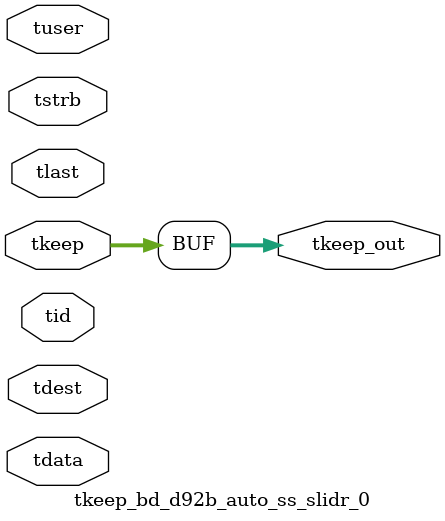
<source format=v>


`timescale 1ps/1ps

module tkeep_bd_d92b_auto_ss_slidr_0 #
(
parameter C_S_AXIS_TDATA_WIDTH = 32,
parameter C_S_AXIS_TUSER_WIDTH = 0,
parameter C_S_AXIS_TID_WIDTH   = 0,
parameter C_S_AXIS_TDEST_WIDTH = 0,
parameter C_M_AXIS_TDATA_WIDTH = 32
)
(
input  [(C_S_AXIS_TDATA_WIDTH == 0 ? 1 : C_S_AXIS_TDATA_WIDTH)-1:0     ] tdata,
input  [(C_S_AXIS_TUSER_WIDTH == 0 ? 1 : C_S_AXIS_TUSER_WIDTH)-1:0     ] tuser,
input  [(C_S_AXIS_TID_WIDTH   == 0 ? 1 : C_S_AXIS_TID_WIDTH)-1:0       ] tid,
input  [(C_S_AXIS_TDEST_WIDTH == 0 ? 1 : C_S_AXIS_TDEST_WIDTH)-1:0     ] tdest,
input  [(C_S_AXIS_TDATA_WIDTH/8)-1:0 ] tkeep,
input  [(C_S_AXIS_TDATA_WIDTH/8)-1:0 ] tstrb,
input                                                                    tlast,
output [(C_M_AXIS_TDATA_WIDTH/8)-1:0 ] tkeep_out
);

assign tkeep_out = {tkeep[7:0]};

endmodule


</source>
